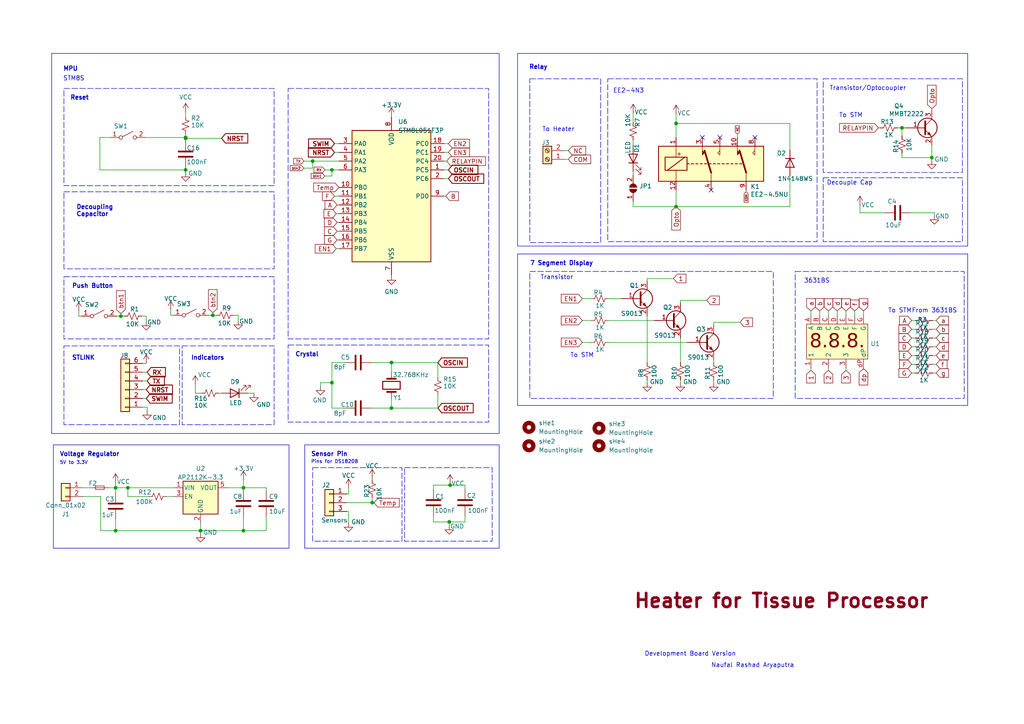
<source format=kicad_sch>
(kicad_sch (version 20230121) (generator eeschema)
  (paper "A4")
  (lib_symbols
    (symbol "3631BS_7_Segment_1"
      (property "Reference" "U" (at 11.43 5.08 0))
      (symbol "3631BS_7_Segment_1_0_1"
        (text "8.8.8." (at 1.27 1.27 0) (effects (font (size 4 4))))
      )
      (symbol "3631BS_7_Segment_1_1_1"
        (pin input line (at -6.35 -6.35 90) (length 2.54) (name "1") (number "1"))
        (pin input line (at -1.27 -6.35 90) (length 2.54) (name "2") (number "2"))
        (pin input line (at 3.81 -6.35 90) (length 2.54) (name "3") (number "3"))
        (pin input line (at -6.35 8.89 270) (length 2.54) (name "A") (number "A"))
        (pin input line (at -3.81 8.89 270) (length 2.54) (name "B") (number "B"))
        (pin input line (at -1.27 8.89 270) (length 2.54) (name "C") (number "C"))
        (pin input line (at 1.27 8.89 270) (length 2.54) (name "D") (number "D"))
        (pin input line (at 3.81 8.89 270) (length 2.54) (name "E") (number "E"))
        (pin input line (at 6.35 8.89 270) (length 2.54) (name "F") (number "F"))
        (pin input line (at 8.89 8.89 270) (length 2.54) (name "G") (number "G"))
        (pin input line (at 8.89 -6.35 90) (length 2.54) (name "dP") (number "dP"))
      )
    )
    (symbol "Connector:Screw_Terminal_01x02" (pin_names (offset 1.016) hide)
      (property "Reference" "J" (at 0 2.54 0))
      (property "Value" "Screw_Terminal_01x02" (at 0 -5.08 0))
      (symbol "Screw_Terminal_01x02_1_1"
        (pin passive line (at -5.08 0 0) (length 3.81) (name "Pin_1") (number "1"))
        (pin passive line (at -5.08 -2.54 0) (length 3.81) (name "Pin_2") (number "2"))
      )
    )
    (symbol "Connector_Generic:Conn_01x02" (pin_names (offset 1.016) hide)
      (property "Reference" "J" (at 0 2.54 0))
      (property "Value" "Conn_01x02" (at 0 -5.08 0))
      (symbol "Conn_01x02_1_1"
        (pin passive line (at -5.08 0 0) (length 3.81) (name "Pin_1") (number "1"))
        (pin passive line (at -5.08 -2.54 0) (length 3.81) (name "Pin_2") (number "2"))
      )
    )
    (symbol "Connector_Generic:Conn_01x03" (pin_names (offset 1.016) hide)
      (property "Reference" "J" (at 0 5.08 0))
      (property "Value" "Conn_01x03" (at 0 -5.08 0))
      (symbol "Conn_01x03_1_1"
        (pin passive line (at -5.08 2.54 0) (length 3.81) (name "Pin_1") (number "1"))
        (pin passive line (at -5.08 0 0) (length 3.81) (name "Pin_2") (number "2"))
        (pin passive line (at -5.08 -2.54 0) (length 3.81) (name "Pin_3") (number "3"))
      )
    )
    (symbol "Connector_Generic:Conn_01x06" (pin_names (offset 1.016) hide)
      (property "Reference" "J" (at 0 7.62 0))
      (property "Value" "Conn_01x06" (at 0 -10.16 0))
      (symbol "Conn_01x06_1_1"
        (pin passive line (at -5.08 5.08 0) (length 3.81) (name "Pin_1") (number "1"))
        (pin passive line (at -5.08 2.54 0) (length 3.81) (name "Pin_2") (number "2"))
        (pin passive line (at -5.08 0 0) (length 3.81) (name "Pin_3") (number "3"))
        (pin passive line (at -5.08 -2.54 0) (length 3.81) (name "Pin_4") (number "4"))
        (pin passive line (at -5.08 -5.08 0) (length 3.81) (name "Pin_5") (number "5"))
        (pin passive line (at -5.08 -7.62 0) (length 3.81) (name "Pin_6") (number "6"))
      )
    )
    (symbol "Device:C" (pin_numbers hide) (pin_names (offset 0.254))
      (property "Reference" "C" (at 0.635 2.54 0))
      (property "Value" "C" (at 0.635 -2.54 0))
      (symbol "C_1_1"
        (pin passive line (at 0 3.81 270) (length 2.794) (name "~") (number "1"))
        (pin passive line (at 0 -3.81 90) (length 2.794) (name "~") (number "2"))
      )
    )
    (symbol "Device:Crystal" (pin_numbers hide) (pin_names (offset 1.016) hide)
      (property "Reference" "Y" (at 0 3.81 0))
      (property "Value" "Crystal" (at 0 -3.81 0))
      (symbol "Crystal_1_1"
        (pin passive line (at -3.81 0 0) (length 1.27) (name "1") (number "1"))
        (pin passive line (at 3.81 0 180) (length 1.27) (name "2") (number "2"))
      )
    )
    (symbol "Device:Fuse_Small" (pin_numbers hide) (pin_names (offset 0.254) hide)
      (property "Reference" "F" (at 0 -1.524 0))
      (property "Value" "Fuse_Small" (at 0 1.524 0))
      (symbol "Fuse_Small_1_1"
        (pin passive line (at -2.54 0 0) (length 1.27) (name "~") (number "1"))
        (pin passive line (at 2.54 0 180) (length 1.27) (name "~") (number "2"))
      )
    )
    (symbol "Device:LED" (pin_numbers hide) (pin_names (offset 1.016) hide)
      (property "Reference" "D" (at 0 2.54 0))
      (property "Value" "LED" (at 0 -2.54 0))
      (symbol "LED_1_1"
        (pin passive line (at -3.81 0 0) (length 2.54) (name "K") (number "1"))
        (pin passive line (at 3.81 0 180) (length 2.54) (name "A") (number "2"))
      )
    )
    (symbol "Device:R_Small_US" (pin_numbers hide) (pin_names (offset 0.254) hide)
      (property "Reference" "R" (at 0.762 0.508 0))
      (property "Value" "R_Small_US" (at 0.762 -1.016 0))
      (symbol "R_Small_US_1_1"
        (pin passive line (at 0 2.54 270) (length 1.016) (name "~") (number "1"))
        (pin passive line (at 0 -2.54 90) (length 1.016) (name "~") (number "2"))
      )
    )
    (symbol "Diode:1N4148WS" (pin_numbers hide) (pin_names hide)
      (property "Reference" "D" (at 0 2.54 0))
      (property "Value" "1N4148WS" (at 0 -2.54 0))
      (symbol "1N4148WS_1_1"
        (pin passive line (at -3.81 0 0) (length 2.54) (name "K") (number "1"))
        (pin passive line (at 3.81 0 180) (length 2.54) (name "A") (number "2"))
      )
    )
    (symbol "Jumper:SolderJumper_2_Open" (pin_names (offset 0) hide)
      (property "Reference" "JP" (at 0 2.032 0))
      (property "Value" "SolderJumper_2_Open" (at 0 -2.54 0))
      (symbol "SolderJumper_2_Open_1_1"
        (pin passive line (at -3.81 0 0) (length 2.54) (name "A") (number "1"))
        (pin passive line (at 3.81 0 180) (length 2.54) (name "B") (number "2"))
      )
    )
    (symbol "MCU_ST_STM8:STM8L051F3P"
      (property "Reference" "U" (at 1.27 22.86 0))
      (property "Value" "STM8L051F3P" (at 1.27 20.32 0))
      (symbol "STM8L051F3P_1_1"
        (pin bidirectional line (at 15.24 7.62 180) (length 3.81) (name "PC5") (number "1"))
        (pin bidirectional line (at -15.24 2.54 0) (length 3.81) (name "PB0") (number "10"))
        (pin bidirectional line (at -15.24 0 0) (length 3.81) (name "PB1") (number "11"))
        (pin bidirectional line (at -15.24 -2.54 0) (length 3.81) (name "PB2") (number "12"))
        (pin bidirectional line (at -15.24 -5.08 0) (length 3.81) (name "PB3") (number "13"))
        (pin bidirectional line (at -15.24 -7.62 0) (length 3.81) (name "PB4") (number "14"))
        (pin bidirectional line (at -15.24 -10.16 0) (length 3.81) (name "PB5") (number "15"))
        (pin bidirectional line (at -15.24 -12.7 0) (length 3.81) (name "PB6") (number "16"))
        (pin bidirectional line (at -15.24 -15.24 0) (length 3.81) (name "PB7") (number "17"))
        (pin bidirectional line (at 15.24 15.24 180) (length 3.81) (name "PC0") (number "18"))
        (pin bidirectional line (at 15.24 12.7 180) (length 3.81) (name "PC1") (number "19"))
        (pin bidirectional line (at 15.24 5.08 180) (length 3.81) (name "PC6") (number "2"))
        (pin bidirectional line (at 15.24 10.16 180) (length 3.81) (name "PC4") (number "20"))
        (pin power_in line (at -15.24 15.24 0) (length 3.81) (name "PA0") (number "3"))
        (pin bidirectional line (at -15.24 12.7 0) (length 3.81) (name "PA1") (number "4"))
        (pin bidirectional line (at -15.24 10.16 0) (length 3.81) (name "PA2") (number "5"))
        (pin bidirectional line (at -15.24 7.62 0) (length 3.81) (name "PA3") (number "6"))
        (pin power_in line (at 0 -22.86 90) (length 3.81) (name "VSS") (number "7"))
        (pin power_in line (at 0 22.86 270) (length 3.81) (name "VDD") (number "8"))
        (pin bidirectional line (at 15.24 0 180) (length 3.81) (name "PD0") (number "9"))
      )
    )
    (symbol "Mechanical:MountingHole" (pin_names (offset 1.016))
      (property "Reference" "H" (at 0 5.08 0))
      (property "Value" "MountingHole" (at 0 3.175 0))
    )
    (symbol "Regulator_Linear:AP2112K-3.3" (pin_names (offset 0.254))
      (property "Reference" "U" (at -5.08 5.715 0))
      (property "Value" "AP2112K-3.3" (at 0 5.715 0))
      (symbol "AP2112K-3.3_1_1"
        (pin power_in line (at -7.62 2.54 0) (length 2.54) (name "VIN") (number "1"))
        (pin power_in line (at 0 -7.62 90) (length 2.54) (name "GND") (number "2"))
        (pin input line (at -7.62 0 0) (length 2.54) (name "EN") (number "3"))
        (pin no_connect line (at 5.08 0 180) (length 2.54) hide (name "NC") (number "4"))
        (pin power_out line (at 7.62 2.54 180) (length 2.54) (name "VOUT") (number "5"))
      )
    )
    (symbol "Relay:EE2-4.5NU"
      (property "Reference" "K" (at 15.24 8.89 0))
      (property "Value" "EE2-4.5NU" (at 19.05 6.35 0))
      (symbol "EE2-4.5NU_1_1"
        (text "+" (at -9.271 2.921 0) (effects (font (size 1.27 1.27))))
        (pin passive line (at -10.16 7.62 270) (length 2.54) (name "~") (number "1"))
        (pin passive line (at 7.62 7.62 270) (length 2.54) (name "~") (number "10"))
        (pin passive line (at -10.16 -7.62 90) (length 2.54) (name "~") (number "12"))
        (pin passive line (at -2.54 7.62 270) (length 2.54) (name "~") (number "3"))
        (pin passive line (at 0 -7.62 90) (length 2.54) (name "~") (number "4"))
        (pin passive line (at 2.54 7.62 270) (length 2.54) (name "~") (number "5"))
        (pin passive line (at 12.7 7.62 270) (length 2.54) (name "~") (number "8"))
        (pin passive line (at 10.16 -7.62 90) (length 2.54) (name "~") (number "9"))
      )
    )
    (symbol "Switch:SW_SPST" (pin_names (offset 0) hide)
      (property "Reference" "SW" (at 0 3.175 0))
      (property "Value" "SW_SPST" (at 0 -2.54 0))
      (symbol "SW_SPST_1_1"
        (pin passive line (at -5.08 0 0) (length 2.54) (name "A") (number "1"))
        (pin passive line (at 5.08 0 180) (length 2.54) (name "B") (number "2"))
      )
    )
    (symbol "Transistor_BJT:BC850" (pin_names (offset 0) hide)
      (property "Reference" "Q" (at 5.08 1.905 0))
      (property "Value" "BC850" (at 5.08 0 0))
      (symbol "BC850_1_1"
        (pin input line (at -5.08 0 0) (length 5.715) (name "B") (number "1"))
        (pin passive line (at 2.54 -5.08 90) (length 2.54) (name "E") (number "2"))
        (pin passive line (at 2.54 5.08 270) (length 2.54) (name "C") (number "3"))
      )
    )
    (symbol "Transistor_BJT:MMBT3904" (pin_names (offset 0) hide)
      (property "Reference" "Q" (at 5.08 1.905 0))
      (property "Value" "MMBT3904" (at 5.08 0 0))
      (symbol "MMBT3904_1_1"
        (pin input line (at -5.08 0 0) (length 5.715) (name "B") (number "1"))
        (pin passive line (at 2.54 -5.08 90) (length 2.54) (name "E") (number "2"))
        (pin passive line (at 2.54 5.08 270) (length 2.54) (name "C") (number "3"))
      )
    )
    (symbol "power:+3.3V" (power) (pin_names (offset 0))
      (property "Value" "+3.3V" (at 0 3.556 0))
      (symbol "+3.3V_1_1"
        (pin power_in line (at 0 0 90) (length 0) hide (name "+3.3V") (number "1"))
      )
    )
    (symbol "power:GND" (power) (pin_names (offset 0))
      (property "Value" "GND" (at 0 -3.81 0))
      (symbol "GND_1_1"
        (pin power_in line (at 0 0 270) (length 0) hide (name "GND") (number "1"))
      )
    )
    (symbol "power:VCC" (power) (pin_names (offset 0))
      (property "Value" "VCC" (at 0 3.81 0))
      (symbol "VCC_1_1"
        (pin power_in line (at 0 0 90) (length 0) hide (name "VCC") (number "1"))
      )
    )
  )
  (junction (at 33.528 141.478))
  (junction (at 130.302 151.384))
  (junction (at 196.088 59.944))
  (junction (at 130.556 140.716))
  (junction (at 113.538 118.364))
  (junction (at 107.95 145.796))
  (junction (at 53.848 49.276))
  (junction (at 96.266 49.276))
  (junction (at 96.266 110.998))
  (junction (at 196.088 35.814))
  (junction (at 113.538 105.156))
  (junction (at 53.848 40.132))
  (junction (at 53.848 39.878))
  (junction (at 61.722 91.44))
  (junction (at 261.62 37.084))
  (junction (at 270.256 45.72))
  (junction (at 90.678 46.736))
  (junction (at 70.612 153.924))
  (junction (at 33.528 153.924))
  (junction (at 58.166 153.924))
  (junction (at 37.084 141.478))
  (junction (at 70.612 141.478))
  (junction (at 35.052 91.694))
  (no_connect (at 208.788 39.878))
  (no_connect (at 203.708 39.878))
  (no_connect (at 206.248 55.118))
  (no_connect (at 218.948 39.878))
  (wire (pts (xy 92.964 110.998) (xy 96.266 110.998)))
  (wire (pts (xy 107.95 145.796) (xy 100.584 145.796)))
  (wire (pts (xy 168.91 86.614) (xy 171.45 86.614)))
  (wire (pts (xy 42.418 115.57) (xy 41.402 115.57)))
  (wire (pts (xy 176.53 92.964) (xy 189.738 92.964)))
  (wire (pts (xy 187.706 80.772) (xy 187.706 81.534)))
  (wire (pts (xy 216.408 55.626) (xy 216.408 55.118)))
  (wire (pts (xy 250.444 90.17) (xy 250.444 91.44)))
  (wire (pts (xy 270.51 108.204) (xy 271.526 108.204)))
  (wire (pts (xy 26.416 141.478) (xy 24.13 141.478)))
  (wire (pts (xy 270.51 100.584) (xy 271.526 100.584)))
  (wire (pts (xy 28.956 39.878) (xy 28.956 49.276)))
  (wire (pts (xy 271.018 61.722) (xy 264.16 61.722)))
  (wire (pts (xy 107.95 144.272) (xy 107.95 145.796)))
  (wire (pts (xy 64.262 114.046) (xy 63.5 114.046)))
  (wire (pts (xy 235.204 107.442) (xy 235.204 106.68)))
  (wire (pts (xy 229.108 59.944) (xy 229.108 51.054)))
  (wire (pts (xy 134.874 149.606) (xy 134.874 151.384)))
  (wire (pts (xy 97.028 41.656) (xy 98.298 41.656)))
  (wire (pts (xy 97.028 56.896) (xy 98.298 56.896)))
  (wire (pts (xy 270.256 31.496) (xy 270.256 32.004)))
  (wire (pts (xy 53.848 38.862) (xy 53.848 39.878)))
  (wire (pts (xy 61.722 91.44) (xy 62.738 91.44)))
  (wire (pts (xy 58.166 153.924) (xy 58.166 151.638)))
  (wire (pts (xy 164.846 46.228) (xy 163.83 46.228)))
  (wire (pts (xy 60.452 91.44) (xy 61.722 91.44)))
  (wire (pts (xy 125.73 151.384) (xy 130.302 151.384)))
  (wire (pts (xy 229.108 35.814) (xy 196.088 35.814)))
  (wire (pts (xy 113.538 115.57) (xy 113.538 118.364)))
  (wire (pts (xy 270.51 92.964) (xy 271.526 92.964)))
  (wire (pts (xy 264.414 95.504) (xy 265.43 95.504)))
  (wire (pts (xy 29.21 153.924) (xy 33.528 153.924)))
  (wire (pts (xy 37.084 144.018) (xy 37.084 141.478)))
  (wire (pts (xy 97.028 44.196) (xy 98.298 44.196)))
  (wire (pts (xy 77.216 141.478) (xy 77.216 142.24)))
  (wire (pts (xy 70.612 139.192) (xy 70.612 141.478)))
  (wire (pts (xy 33.528 139.954) (xy 33.528 141.478)))
  (wire (pts (xy 130.048 49.276) (xy 128.778 49.276)))
  (wire (pts (xy 96.266 51.054) (xy 96.266 49.276)))
  (wire (pts (xy 130.048 51.816) (xy 128.778 51.816)))
  (wire (pts (xy 90.678 48.768) (xy 90.678 46.736)))
  (wire (pts (xy 88.138 46.736) (xy 90.678 46.736)))
  (wire (pts (xy 28.956 49.276) (xy 53.848 49.276)))
  (wire (pts (xy 94.234 49.276) (xy 96.266 49.276)))
  (wire (pts (xy 42.672 119.126) (xy 42.672 118.11)))
  (wire (pts (xy 197.358 87.122) (xy 197.358 87.884)))
  (wire (pts (xy 29.21 144.018) (xy 29.21 153.924)))
  (wire (pts (xy 270.51 105.664) (xy 271.526 105.664)))
  (wire (pts (xy 97.79 59.436) (xy 98.298 59.436)))
  (wire (pts (xy 196.088 35.814) (xy 196.088 39.878)))
  (wire (pts (xy 77.216 153.924) (xy 70.612 153.924)))
  (wire (pts (xy 214.63 93.472) (xy 207.01 93.472)))
  (wire (pts (xy 264.414 98.044) (xy 265.43 98.044)))
  (wire (pts (xy 242.824 90.17) (xy 242.824 91.44)))
  (wire (pts (xy 58.166 154.686) (xy 58.166 153.924)))
  (wire (pts (xy 254.762 37.084) (xy 255.27 37.084)))
  (wire (pts (xy 260.35 37.084) (xy 261.62 37.084)))
  (wire (pts (xy 130.048 44.196) (xy 128.778 44.196)))
  (wire (pts (xy 96.266 49.276) (xy 98.298 49.276)))
  (wire (pts (xy 101.092 141.478) (xy 101.092 143.256)))
  (wire (pts (xy 125.73 140.716) (xy 125.73 141.986)))
  (wire (pts (xy 96.266 110.998) (xy 96.266 118.364)))
  (wire (pts (xy 183.642 58.42) (xy 183.642 59.944)))
  (wire (pts (xy 69.088 91.44) (xy 67.818 91.44)))
  (wire (pts (xy 33.528 150.622) (xy 33.528 153.924)))
  (wire (pts (xy 61.722 90.678) (xy 61.722 91.44)))
  (wire (pts (xy 183.642 49.784) (xy 183.642 50.8)))
  (wire (pts (xy 97.536 61.976) (xy 98.298 61.976)))
  (wire (pts (xy 264.414 100.584) (xy 265.43 100.584)))
  (wire (pts (xy 96.266 118.364) (xy 100.076 118.364)))
  (wire (pts (xy 100.076 105.156) (xy 96.266 105.156)))
  (wire (pts (xy 168.91 92.964) (xy 171.45 92.964)))
  (wire (pts (xy 48.26 144.018) (xy 50.546 144.018)))
  (wire (pts (xy 204.978 87.122) (xy 197.358 87.122)))
  (wire (pts (xy 42.672 110.49) (xy 41.402 110.49)))
  (wire (pts (xy 130.556 140.716) (xy 134.874 140.716)))
  (wire (pts (xy 235.204 90.17) (xy 235.204 91.44)))
  (wire (pts (xy 213.868 38.862) (xy 213.868 39.878)))
  (wire (pts (xy 113.538 118.364) (xy 127 118.364)))
  (wire (pts (xy 70.612 153.924) (xy 58.166 153.924)))
  (wire (pts (xy 196.088 59.944) (xy 196.088 55.118)))
  (wire (pts (xy 49.53 91.44) (xy 50.292 91.44)))
  (wire (pts (xy 237.744 90.17) (xy 237.744 91.44)))
  (wire (pts (xy 176.53 86.614) (xy 180.086 86.614)))
  (wire (pts (xy 37.084 141.478) (xy 50.546 141.478)))
  (wire (pts (xy 49.53 89.916) (xy 49.53 91.44)))
  (wire (pts (xy 53.848 40.132) (xy 64.262 40.132)))
  (wire (pts (xy 107.696 105.156) (xy 113.538 105.156)))
  (wire (pts (xy 94.234 51.054) (xy 96.266 51.054)))
  (wire (pts (xy 42.418 113.03) (xy 41.402 113.03)))
  (wire (pts (xy 207.01 93.472) (xy 207.01 94.234)))
  (wire (pts (xy 197.358 110.998) (xy 197.358 110.236)))
  (wire (pts (xy 196.088 33.02) (xy 196.088 35.814)))
  (wire (pts (xy 35.052 90.932) (xy 35.052 91.694)))
  (wire (pts (xy 113.538 80.01) (xy 113.538 79.756)))
  (wire (pts (xy 134.874 140.716) (xy 134.874 141.986)))
  (wire (pts (xy 56.642 114.046) (xy 58.42 114.046)))
  (wire (pts (xy 73.66 114.046) (xy 71.882 114.046)))
  (wire (pts (xy 195.326 80.772) (xy 187.706 80.772)))
  (wire (pts (xy 69.088 92.964) (xy 69.088 91.44)))
  (wire (pts (xy 22.86 91.694) (xy 23.622 91.694)))
  (wire (pts (xy 270.51 103.124) (xy 271.526 103.124)))
  (wire (pts (xy 65.786 141.478) (xy 70.612 141.478)))
  (wire (pts (xy 264.414 105.664) (xy 265.43 105.664)))
  (wire (pts (xy 53.848 40.132) (xy 53.848 40.894)))
  (wire (pts (xy 107.95 138.684) (xy 107.95 139.192)))
  (wire (pts (xy 113.538 33.782) (xy 113.538 34.036)))
  (wire (pts (xy 42.164 39.878) (xy 53.848 39.878)))
  (wire (pts (xy 183.642 32.766) (xy 183.642 35.56)))
  (wire (pts (xy 207.01 110.998) (xy 207.01 110.236)))
  (wire (pts (xy 53.848 40.132) (xy 53.848 39.878)))
  (wire (pts (xy 125.73 140.716) (xy 130.556 140.716)))
  (wire (pts (xy 42.672 118.11) (xy 41.402 118.11)))
  (wire (pts (xy 101.092 151.638) (xy 101.092 148.336)))
  (wire (pts (xy 270.51 98.044) (xy 271.526 98.044)))
  (wire (pts (xy 53.848 50.038) (xy 53.848 49.276)))
  (wire (pts (xy 33.528 153.924) (xy 58.166 153.924)))
  (wire (pts (xy 240.284 107.442) (xy 240.284 106.68)))
  (wire (pts (xy 130.302 151.384) (xy 130.302 152.4)))
  (wire (pts (xy 101.092 143.256) (xy 100.584 143.256)))
  (wire (pts (xy 92.964 112.014) (xy 92.964 110.998)))
  (wire (pts (xy 271.018 62.484) (xy 271.018 61.722)))
  (wire (pts (xy 88.138 48.768) (xy 90.678 48.768)))
  (wire (pts (xy 96.266 105.156) (xy 96.266 110.998)))
  (wire (pts (xy 129.286 56.896) (xy 128.778 56.896)))
  (wire (pts (xy 43.18 144.018) (xy 37.084 144.018)))
  (wire (pts (xy 261.62 37.084) (xy 262.636 37.084)))
  (wire (pts (xy 70.612 141.478) (xy 70.612 142.24)))
  (wire (pts (xy 113.538 118.364) (xy 107.696 118.364)))
  (wire (pts (xy 127 118.364) (xy 127 114.554)))
  (wire (pts (xy 56.642 111.506) (xy 56.642 114.046)))
  (wire (pts (xy 270.51 95.504) (xy 271.526 95.504)))
  (wire (pts (xy 22.86 90.17) (xy 22.86 91.694)))
  (wire (pts (xy 42.672 107.95) (xy 41.402 107.95)))
  (wire (pts (xy 97.79 69.596) (xy 98.298 69.596)))
  (wire (pts (xy 53.848 32.512) (xy 53.848 33.782)))
  (wire (pts (xy 247.904 90.17) (xy 247.904 91.44)))
  (wire (pts (xy 77.216 149.86) (xy 77.216 153.924)))
  (wire (pts (xy 42.418 91.694) (xy 41.148 91.694)))
  (wire (pts (xy 127 109.474) (xy 127 105.156)))
  (wire (pts (xy 35.052 91.694) (xy 36.068 91.694)))
  (wire (pts (xy 53.848 49.276) (xy 53.848 48.514)))
  (wire (pts (xy 250.444 106.934) (xy 250.444 106.68)))
  (wire (pts (xy 229.108 43.434) (xy 229.108 35.814)))
  (wire (pts (xy 24.13 144.018) (xy 29.21 144.018)))
  (wire (pts (xy 31.496 141.478) (xy 33.528 141.478)))
  (wire (pts (xy 70.612 149.86) (xy 70.612 153.924)))
  (wire (pts (xy 129.54 46.736) (xy 128.778 46.736)))
  (wire (pts (xy 108.458 145.796) (xy 107.95 145.796)))
  (wire (pts (xy 125.73 149.606) (xy 125.73 151.384)))
  (wire (pts (xy 196.088 59.944) (xy 183.642 59.944)))
  (wire (pts (xy 130.556 140.208) (xy 130.556 140.716)))
  (wire (pts (xy 97.536 72.136) (xy 98.298 72.136)))
  (wire (pts (xy 42.418 93.218) (xy 42.418 91.694)))
  (wire (pts (xy 196.088 59.944) (xy 229.108 59.944)))
  (wire (pts (xy 270.256 45.72) (xy 270.256 42.164)))
  (wire (pts (xy 264.414 108.204) (xy 265.43 108.204)))
  (wire (pts (xy 183.642 42.164) (xy 183.642 40.64)))
  (wire (pts (xy 264.414 103.124) (xy 265.43 103.124)))
  (wire (pts (xy 261.62 45.72) (xy 270.256 45.72)))
  (wire (pts (xy 176.53 99.314) (xy 199.39 99.314)))
  (wire (pts (xy 33.528 143.002) (xy 33.528 141.478)))
  (wire (pts (xy 187.706 91.694) (xy 187.706 105.156)))
  (wire (pts (xy 197.358 98.044) (xy 197.358 105.156)))
  (wire (pts (xy 41.402 105.41) (xy 42.418 105.41)))
  (wire (pts (xy 207.01 104.394) (xy 207.01 105.156)))
  (wire (pts (xy 127 105.156) (xy 113.538 105.156)))
  (wire (pts (xy 97.79 64.516) (xy 98.298 64.516)))
  (wire (pts (xy 249.428 59.436) (xy 249.428 61.722)))
  (wire (pts (xy 261.62 44.45) (xy 261.62 45.72)))
  (wire (pts (xy 90.678 46.736) (xy 98.298 46.736)))
  (wire (pts (xy 245.364 90.17) (xy 245.364 91.44)))
  (wire (pts (xy 101.092 148.336) (xy 100.584 148.336)))
  (wire (pts (xy 261.62 39.37) (xy 261.62 37.084)))
  (wire (pts (xy 245.364 107.442) (xy 245.364 106.68)))
  (wire (pts (xy 187.706 110.998) (xy 187.706 110.236)))
  (wire (pts (xy 240.284 90.17) (xy 240.284 91.44)))
  (wire (pts (xy 33.782 91.694) (xy 35.052 91.694)))
  (wire (pts (xy 113.538 105.156) (xy 113.538 107.95)))
  (wire (pts (xy 168.91 99.314) (xy 171.45 99.314)))
  (wire (pts (xy 130.048 41.656) (xy 128.778 41.656)))
  (wire (pts (xy 270.256 45.72) (xy 270.256 46.482)))
  (wire (pts (xy 164.846 43.688) (xy 163.83 43.688)))
  (wire (pts (xy 264.414 92.964) (xy 265.43 92.964)))
  (wire (pts (xy 32.004 39.878) (xy 28.956 39.878)))
  (wire (pts (xy 33.528 141.478) (xy 37.084 141.478)))
  (wire (pts (xy 130.302 151.384) (xy 134.874 151.384)))
  (wire (pts (xy 97.79 67.056) (xy 98.298 67.056)))
  (wire (pts (xy 249.428 61.722) (xy 256.54 61.722)))
  (wire (pts (xy 70.612 141.478) (xy 77.216 141.478)))
  (rectangle (start 117.348 135.636) (end 142.748 156.972) (stroke (width 0) (type dash)))
  (rectangle (start 176.276 22.86) (end 236.982 70.104) (stroke (width 0) (type dash)))
  (rectangle (start 238.76 22.86) (end 279.146 50.038) (stroke (width 0) (type dash)))
  (rectangle (start 230.632 78.74) (end 279.654 115.57) (stroke (width 0) (type dash)))
  (rectangle (start 18.542 80.264) (end 79.502 98.298) (stroke (width 0) (type dash)))
  (rectangle (start 18.542 100.33) (end 52.07 123.19) (stroke (width 0) (type dash)))
  (rectangle (start 150.114 15.494) (end 280.67 71.374))
  (rectangle (start 90.678 135.636) (end 116.586 156.972) (stroke (width 0) (type dash)))
  (rectangle (start 83.566 100.076) (end 141.732 122.428) (stroke (width 0) (type dash)))
  (rectangle (start 153.67 22.86) (end 174.244 70.358) (stroke (width 0) (type dash)))
  (rectangle (start 150.114 73.66) (end 280.67 117.602))
  (rectangle (start 15.494 129.032) (end 83.82 159.004))
  (rectangle (start 18.542 25.654) (end 79.502 53.848) (stroke (width 0) (type dash)))
  (rectangle (start 52.832 100.33) (end 79.502 123.19) (stroke (width 0) (type dash)))
  (rectangle (start 88.392 129.032) (end 144.78 159.004))
  (rectangle (start 153.67 78.74) (end 224.282 115.57) (stroke (width 0) (type dash)))
  (rectangle (start 14.986 15.494) (end 144.78 125.73))
  (rectangle (start 18.542 55.626) (end 79.502 77.978) (stroke (width 0) (type dash)))
  (rectangle (start 83.566 25.654) (end 141.732 98.298) (stroke (width 0) (type dash)))
  (rectangle (start 238.76 51.562) (end 279.146 70.104) (stroke (width 0) (type dash)))
  (text "5V to 3.3V\n" (at 17.272 134.874 0) (effects (font (size 1 1)) (justify left bottom)))
  (text "Reset\n" (at 20.32 29.21 0) (effects (font (size 1.27 1.27) bold) (justify left bottom)))
  (text "To STM\n" (at 243.332 34.29 0) (effects (font (size 1.27 1.27)) (justify left bottom)))
  (text "Indicators\n" (at 55.372 104.648 0) (effects (font (size 1.27 1.27) bold) (justify left bottom)))
  (text "STLINK\n" (at 20.828 104.648 0) (effects (font (size 1.27 1.27) bold) (justify left bottom)))
  (text "To Heater\n" (at 157.226 38.354 0) (effects (font (size 1.27 1.27)) (justify left bottom)))
  (text "Crystal\n" (at 85.598 103.632 0) (effects (font (size 1.27 1.27) bold) (justify left bottom)))
  (text "Sensor Pin" (at 90.17 132.588 0) (effects (font (size 1.27 1.27) bold) (justify left bottom)))
  (text "Development Board Version\n" (at 186.944 190.5 0) (effects (font (size 1.27 1.27)) (justify left bottom)))
  (text "To STM\n" (at 165.354 103.886 0) (effects (font (size 1.27 1.27)) (justify left bottom)))
  (text "7 Segment Display" (at 153.67 77.216 0) (effects (font (size 1.27 1.27) (thickness 0.254) bold) (justify left bottom)))
  (text "Decoupling \nCapacitor\n" (at 22.098 62.992 0) (effects (font (size 1.27 1.27) bold) (justify left bottom)))
  (text "Naufal Rashad Aryaputra\n" (at 206.248 193.802 0) (effects (font (size 1.27 1.27)) (justify left bottom)))
  (text "EE2-4N3\n" (at 177.8 27.178 0) (effects (font (size 1.27 1.27)) (justify left bottom)))
  (text "To STM\n" (at 257.556 90.932 0) (effects (font (size 1.27 1.27)) (justify left bottom)))
  (text "Push Button\n" (at 20.828 83.82 0) (effects (font (size 1.27 1.27) (thickness 0.254) bold) (justify left bottom)))
  (text "Heater for Tissue Processor\n" (at 183.642 176.784 0) (effects (font (size 4 4) bold) (justify left bottom)))
  (text "Decouple Cap\n" (at 239.776 53.848 0) (effects (font (size 1.27 1.27)) (justify left bottom)))
  (text "Relay\n" (at 153.416 20.32 0) (effects (font (size 1.27 1.27) bold) (justify left bottom)))
  (text "Voltage Regulator\n" (at 17.272 132.588 0) (effects (font (size 1.27 1.27) bold) (justify left bottom)))
  (text "Transistor" (at 156.718 81.28 0) (effects (font (size 1.27 1.27)) (justify left bottom)))
  (text "STM8S\n" (at 18.288 23.622 0) (effects (font (size 1.27 1.27)) (justify left bottom)))
  (text "MPU\n" (at 18.288 20.828 0) (effects (font (size 1.27 1.27) (thickness 0.254) bold) (justify left bottom)))
  (text "From 3631BS\n" (at 264.414 90.932 0) (effects (font (size 1.27 1.27)) (justify left bottom)))
  (text "Transistor/Optocoupler\n" (at 240.538 26.416 0) (effects (font (size 1.27 1.27)) (justify left bottom)))
  (text "3631BS\n" (at 233.172 82.296 0) (effects (font (size 1.27 1.27)) (justify left bottom)))
  (text "Pins for DS1820B\n" (at 90.17 134.62 0) (effects (font (size 1 1)) (justify left bottom)))
  (global_label "C" (shape input) (at 264.414 98.044 180) (property "Intersheetrefs" "${INTERSHEET_REFS}" (effects hide)))
  (global_label "Opto" (shape input) (at 196.088 59.944 270) (property "Intersheetrefs" "${INTERSHEET_REFS}" (effects hide)))
  (global_label "COM" (shape input) (at 164.846 46.228 0) (property "Intersheetrefs" "${INTERSHEET_REFS}" (effects hide)))
  (global_label "btn1" (shape input) (at 35.052 90.932 90) (property "Intersheetrefs" "${INTERSHEET_REFS}" (effects hide)))
  (global_label "EN3" (shape input) (at 168.91 99.314 180) (property "Intersheetrefs" "${INTERSHEET_REFS}" (effects hide)))
  (global_label "EN2" (shape input) (at 130.048 41.656 0) (property "Intersheetrefs" "${INTERSHEET_REFS}" (effects hide)))
  (global_label "e" (shape input) (at 271.526 103.124 0) (property "Intersheetrefs" "${INTERSHEET_REFS}" (effects hide)))
  (global_label "D" (shape input) (at 264.414 100.584 180) (property "Intersheetrefs" "${INTERSHEET_REFS}" (effects hide)))
  (global_label "btn1" (shape input) (at 94.234 51.054 180) (effects (font (size 0.762 0.762))) (property "Intersheetrefs" "${INTERSHEET_REFS}" (effects hide)))
  (global_label "RELAYPIN" (shape input) (at 254.762 37.084 180) (property "Intersheetrefs" "${INTERSHEET_REFS}" (effects hide)))
  (global_label "COM" (shape input) (at 216.408 55.626 270) (effects (font (size 0.6 0.6))) (property "Intersheetrefs" "${INTERSHEET_REFS}" (effects hide)))
  (global_label "Opto" (shape input) (at 270.256 31.496 90) (property "Intersheetrefs" "${INTERSHEET_REFS}" (effects hide)))
  (global_label "b" (shape input) (at 271.526 95.504 0) (property "Intersheetrefs" "${INTERSHEET_REFS}" (effects hide)))
  (global_label "btn2" (shape input) (at 61.722 90.678 90) (property "Intersheetrefs" "${INTERSHEET_REFS}" (effects hide)))
  (global_label "SWIM" (shape input) (at 97.028 41.656 180) (effects (font bold)) (property "Intersheetrefs" "${INTERSHEET_REFS}" (effects hide)))
  (global_label "EN1" (shape input) (at 168.91 86.614 180) (property "Intersheetrefs" "${INTERSHEET_REFS}" (effects hide)))
  (global_label "3" (shape input) (at 245.364 107.442 270) (property "Intersheetrefs" "${INTERSHEET_REFS}" (effects hide)))
  (global_label "A" (shape input) (at 264.414 92.964 180) (property "Intersheetrefs" "${INTERSHEET_REFS}" (effects hide)))
  (global_label "G" (shape input) (at 97.79 69.596 180) (property "Intersheetrefs" "${INTERSHEET_REFS}" (effects hide)))
  (global_label "E" (shape input) (at 264.414 103.124 180) (property "Intersheetrefs" "${INTERSHEET_REFS}" (effects hide)))
  (global_label "f" (shape input) (at 247.904 90.17 90) (property "Intersheetrefs" "${INTERSHEET_REFS}" (effects hide)))
  (global_label "OSCOUT" (shape input) (at 130.048 51.816 0) (effects (font bold)) (property "Intersheetrefs" "${INTERSHEET_REFS}" (effects hide)))
  (global_label "btn2" (shape input) (at 88.138 48.768 180) (effects (font (size 0.762 0.762))) (property "Intersheetrefs" "${INTERSHEET_REFS}" (effects hide)))
  (global_label "E" (shape input) (at 97.536 61.976 180) (property "Intersheetrefs" "${INTERSHEET_REFS}" (effects hide)))
  (global_label "OSCOUT" (shape input) (at 127 118.364 0) (effects (font bold)) (property "Intersheetrefs" "${INTERSHEET_REFS}" (effects hide)))
  (global_label "dp" (shape input) (at 250.444 106.934 270) (property "Intersheetrefs" "${INTERSHEET_REFS}" (effects hide)))
  (global_label "RX" (shape input) (at 94.234 49.276 180) (effects (font (size 0.762 0.762) bold)) (property "Intersheetrefs" "${INTERSHEET_REFS}" (effects hide)))
  (global_label "B" (shape input) (at 264.414 95.504 180) (property "Intersheetrefs" "${INTERSHEET_REFS}" (effects hide)))
  (global_label "EN3" (shape input) (at 130.048 44.196 0) (property "Intersheetrefs" "${INTERSHEET_REFS}" (effects hide)))
  (global_label "SWIM" (shape input) (at 42.418 115.57 0) (effects (font bold)) (property "Intersheetrefs" "${INTERSHEET_REFS}" (effects hide)))
  (global_label "c" (shape input) (at 271.526 98.044 0) (property "Intersheetrefs" "${INTERSHEET_REFS}" (effects hide)))
  (global_label "NRST" (shape input) (at 97.028 44.196 180) (effects (font bold)) (property "Intersheetrefs" "${INTERSHEET_REFS}" (effects hide)))
  (global_label "e" (shape input) (at 245.364 90.17 90) (property "Intersheetrefs" "${INTERSHEET_REFS}" (effects hide)))
  (global_label "C" (shape input) (at 97.79 67.056 180) (property "Intersheetrefs" "${INTERSHEET_REFS}" (effects hide)))
  (global_label "2" (shape input) (at 204.978 87.122 0) (property "Intersheetrefs" "${INTERSHEET_REFS}" (effects hide)))
  (global_label "A" (shape input) (at 97.79 59.436 180) (property "Intersheetrefs" "${INTERSHEET_REFS}" (effects hide)))
  (global_label "1" (shape input) (at 235.204 107.442 270) (property "Intersheetrefs" "${INTERSHEET_REFS}" (effects hide)))
  (global_label "NRST" (shape input) (at 64.262 40.132 0) (effects (font bold)) (property "Intersheetrefs" "${INTERSHEET_REFS}" (effects hide)))
  (global_label "D" (shape input) (at 97.79 64.516 180) (property "Intersheetrefs" "${INTERSHEET_REFS}" (effects hide)))
  (global_label "3" (shape input) (at 214.63 93.472 0) (property "Intersheetrefs" "${INTERSHEET_REFS}" (effects hide)))
  (global_label "1" (shape input) (at 195.326 80.772 0) (property "Intersheetrefs" "${INTERSHEET_REFS}" (effects hide)))
  (global_label "NC" (shape input) (at 213.868 38.862 90) (effects (font (size 0.6 0.6))) (property "Intersheetrefs" "${INTERSHEET_REFS}" (effects hide)))
  (global_label "b" (shape input) (at 237.744 90.17 90) (property "Intersheetrefs" "${INTERSHEET_REFS}" (effects hide)))
  (global_label "TX" (shape input) (at 42.672 110.49 0) (effects (font bold)) (property "Intersheetrefs" "${INTERSHEET_REFS}" (effects hide)))
  (global_label "f" (shape input) (at 271.526 105.664 0) (property "Intersheetrefs" "${INTERSHEET_REFS}" (effects hide)))
  (global_label "Temp" (shape input) (at 98.298 54.356 180) (property "Intersheetrefs" "${INTERSHEET_REFS}" (effects hide)))
  (global_label "RX" (shape input) (at 42.672 107.95 0) (effects (font bold)) (property "Intersheetrefs" "${INTERSHEET_REFS}" (effects hide)))
  (global_label "F" (shape input) (at 264.414 105.664 180) (property "Intersheetrefs" "${INTERSHEET_REFS}" (effects hide)))
  (global_label "B" (shape input) (at 129.286 56.896 0) (property "Intersheetrefs" "${INTERSHEET_REFS}" (effects hide)))
  (global_label "a" (shape input) (at 235.204 90.17 90) (property "Intersheetrefs" "${INTERSHEET_REFS}" (effects hide)))
  (global_label "c" (shape input) (at 240.284 90.17 90) (property "Intersheetrefs" "${INTERSHEET_REFS}" (effects hide)))
  (global_label "OSCIN" (shape input) (at 130.048 49.276 0) (effects (font bold)) (property "Intersheetrefs" "${INTERSHEET_REFS}" (effects hide)))
  (global_label "d" (shape input) (at 242.824 90.17 90) (property "Intersheetrefs" "${INTERSHEET_REFS}" (effects hide)))
  (global_label "F" (shape input) (at 97.028 56.896 180) (property "Intersheetrefs" "${INTERSHEET_REFS}" (effects hide)))
  (global_label "EN1" (shape input) (at 97.536 72.136 180) (property "Intersheetrefs" "${INTERSHEET_REFS}" (effects hide)))
  (global_label "G" (shape input) (at 264.414 108.204 180) (property "Intersheetrefs" "${INTERSHEET_REFS}" (effects hide)))
  (global_label "d" (shape input) (at 271.526 100.584 0) (property "Intersheetrefs" "${INTERSHEET_REFS}" (effects hide)))
  (global_label "g" (shape input) (at 271.526 108.204 0) (property "Intersheetrefs" "${INTERSHEET_REFS}" (effects hide)))
  (global_label "a" (shape input) (at 271.526 92.964 0) (property "Intersheetrefs" "${INTERSHEET_REFS}" (effects hide)))
  (global_label "RELAYPIN" (shape input) (at 129.54 46.736 0) (property "Intersheetrefs" "${INTERSHEET_REFS}" (effects hide)))
  (global_label "Temp" (shape input) (at 108.458 145.796 0) (property "Intersheetrefs" "${INTERSHEET_REFS}" (effects hide)))
  (global_label "NC" (shape input) (at 164.846 43.688 0) (property "Intersheetrefs" "${INTERSHEET_REFS}" (effects hide)))
  (global_label "2" (shape input) (at 240.284 107.442 270) (property "Intersheetrefs" "${INTERSHEET_REFS}" (effects hide)))
  (global_label "EN2" (shape input) (at 168.91 92.964 180) (property "Intersheetrefs" "${INTERSHEET_REFS}" (effects hide)))
  (global_label "TX" (shape input) (at 88.138 46.736 180) (effects (font (size 0.762 0.762) bold)) (property "Intersheetrefs" "${INTERSHEET_REFS}" (effects hide)))
  (global_label "g" (shape input) (at 250.444 90.17 90) (property "Intersheetrefs" "${INTERSHEET_REFS}" (effects hide)))
  (global_label "NRST" (shape input) (at 42.418 113.03 0) (effects (font bold)) (property "Intersheetrefs" "${INTERSHEET_REFS}" (effects hide)))
  (global_label "OSCIN" (shape input) (at 127 105.156 0) (effects (font bold)) (property "Intersheetrefs" "${INTERSHEET_REFS}" (effects hide)))
  (symbol (lib_id "power:GND") (at 101.092 151.638 0) (unit 1)
    (property "Reference" "#PWR010" (effects hide))
    (property "Value" "GND" (at 103.886 151.384 0))
  )
  (symbol (lib_id "Device:LED") (at 183.642 45.974 90) (unit 1)
    (property "Reference" "D1" (at 184.658 41.656 0) (effects (justify right)))
    (property "Value" "LED" (at 182.118 40.894 0) (effects (justify right)))
    (property "Footprint" "LED_SMD:LED_0603_1608Metric_Pad1.05x0.95mm_HandSolder" (effects hide))
  )
  (symbol (lib_id "Switch:SW_SPST") (at 37.084 39.878 0) (unit 1)
    (property "Reference" "SW1" (at 35.052 36.576 0))
    (property "Value" "SW_SPST" (effects hide))
    (property "Footprint" "Button_Switch_THT:SW_PUSH_6mm_H5mm" (effects hide))
  )
  (symbol (lib_id "power:GND") (at 187.706 110.998 0) (unit 1)
    (property "Reference" "#PWR014" (effects hide))
    (property "Value" "GND" (at 190.5 110.744 0))
  )
  (symbol (lib_id "Connector_Generic:Conn_01x03") (at 95.504 145.796 0) (mirror y) (unit 1)
    (property "Reference" "J2" (at 95.758 140.716 0) (effects (justify left)))
    (property "Value" "Sensors" (at 100.838 150.876 0) (effects (justify left)))
    (property "Footprint" "Connector_JST:JST_XH_B3B-XH-A_1x03_P2.50mm_Vertical" (effects hide))
  )
  (symbol (lib_id "power:GND") (at 197.358 110.998 0) (unit 1)
    (property "Reference" "#PWR018" (effects hide))
    (property "Value" "GND" (at 200.152 110.744 0))
  )
  (symbol (lib_id "power:GND") (at 130.302 152.4 0) (unit 1)
    (property "Reference" "#PWR015" (effects hide))
    (property "Value" "GND" (at 132.588 152.654 0))
  )
  (symbol (lib_id "Device:R_Small_US") (at 267.97 105.664 270) (unit 1)
    (property "Reference" "R21" (at 267.462 103.886 90))
    (property "Value" "1K" (at 267.97 107.696 90))
    (property "Footprint" "Resistor_SMD:R_0603_1608Metric_Pad0.98x0.95mm_HandSolder" (effects hide))
  )
  (symbol (lib_id "Device:R_Small_US") (at 127 112.014 180) (unit 1)
    (property "Reference" "R15" (at 128.524 109.982 0) (effects (justify right)))
    (property "Value" "10K" (at 128.524 112.014 0) (effects (justify right)))
    (property "Footprint" "Resistor_SMD:R_0603_1608Metric_Pad0.98x0.95mm_HandSolder" (effects hide))
  )
  (symbol (lib_id "Mechanical:MountingHole") (at 173.736 129.286 0) (unit 1)
    (property "Reference" "sHe4" (at 176.53 128.0159 0) (effects (justify left)))
    (property "Value" "MountingHole" (at 176.53 130.5559 0) (effects (justify left)))
    (property "Footprint" "MountingHole:MountingHole_3mm_Pad_Via" (effects hide))
  )
  (symbol (lib_id "power:VCC") (at 249.428 59.436 0) (unit 1)
    (property "Reference" "#PWR022" (effects hide))
    (property "Value" "VCC" (at 251.714 59.436 0))
  )
  (symbol (lib_id "Device:R_Small_US") (at 187.706 107.696 0) (unit 1)
    (property "Reference" "R8" (at 185.928 108.204 90))
    (property "Value" "100" (at 189.738 107.696 90))
    (property "Footprint" "Resistor_SMD:R_0603_1608Metric_Pad0.98x0.95mm_HandSolder" (effects hide))
  )
  (symbol (lib_id "power:+3.3V") (at 113.538 33.782 0) (unit 1)
    (property "Reference" "#PWR05" (effects hide))
    (property "Value" "+3.3V" (at 113.538 30.48 0))
  )
  (symbol (lib_id "Device:R_Small_US") (at 107.95 141.732 180) (unit 1)
    (property "Reference" "R23" (at 106.426 140.462 90) (effects (justify left)))
    (property "Value" "10K" (at 109.982 141.224 90) (effects (justify left)))
    (property "Footprint" "Resistor_SMD:R_0603_1608Metric_Pad0.98x0.95mm_HandSolder" (effects hide))
  )
  (symbol (lib_id "Device:LED") (at 68.072 114.046 180) (unit 1)
    (property "Reference" "D9" (at 66.802 110.744 0) (effects (justify right)))
    (property "Value" "LED" (at 66.548 116.84 0) (effects (justify right)))
    (property "Footprint" "LED_THT:LED_D3.0mm" (effects hide))
  )
  (symbol (lib_id "Connector_Generic:Conn_01x02") (at 19.05 141.478 0) (mirror y) (unit 1)
    (property "Reference" "J1" (at 19.05 149.098 0))
    (property "Value" "Conn_01x02" (at 19.05 146.558 0))
    (property "Footprint" "Connector_JST:JST_XH_B2B-XH-A_1x02_P2.50mm_Vertical" (effects hide))
  )
  (symbol (lib_id "Transistor_BJT:BC850") (at 194.818 92.964 0) (unit 1)
    (property "Reference" "Q2" (at 192.278 89.154 0) (effects (justify left)))
    (property "Value" "S9013" (at 189.738 97.282 0) (effects (justify left)))
    (property "Footprint" "Package_TO_SOT_SMD:SOT-23" (effects hide))
    (property "Datasheet" "http://www.infineon.com/dgdl/Infineon-BC847SERIES_BC848SERIES_BC849SERIES_BC850SERIES-DS-v01_01-en.pdf?fileId=db3a304314dca389011541d4630a1657" (effects hide))
  )
  (symbol (lib_id "Device:C") (at 103.886 118.364 270) (unit 1)
    (property "Reference" "C10" (at 98.806 117.348 90) (effects (justify left)))
    (property "Value" "8pF" (at 96.774 119.888 90) (effects (justify left)))
    (property "Footprint" "Capacitor_SMD:C_0603_1608Metric_Pad1.08x0.95mm_HandSolder" (effects hide))
  )
  (symbol (lib_id "Transistor_BJT:BC850") (at 204.47 99.314 0) (unit 1)
    (property "Reference" "Q3" (at 201.93 95.504 0) (effects (justify left)))
    (property "Value" "S9013" (at 199.39 103.632 0) (effects (justify left)))
    (property "Footprint" "Package_TO_SOT_SMD:SOT-23" (effects hide))
    (property "Datasheet" "http://www.infineon.com/dgdl/Infineon-BC847SERIES_BC848SERIES_BC849SERIES_BC850SERIES-DS-v01_01-en.pdf?fileId=db3a304314dca389011541d4630a1657" (effects hide))
  )
  (symbol (lib_id "Device:R_Small_US") (at 267.97 108.204 270) (unit 1)
    (property "Reference" "R22" (at 267.462 106.426 90))
    (property "Value" "1K" (at 267.97 110.236 90))
    (property "Footprint" "Resistor_SMD:R_0603_1608Metric_Pad0.98x0.95mm_HandSolder" (effects hide))
  )
  (symbol (lib_id "power:GND") (at 69.088 92.964 0) (unit 1)
    (property "Reference" "#PWR019" (effects hide))
    (property "Value" "GND" (at 71.374 93.218 0))
  )
  (symbol (lib_id "Device:R_Small_US") (at 53.848 36.322 180) (unit 1)
    (property "Reference" "R2" (at 55.372 34.29 0) (effects (justify right)))
    (property "Value" "10K" (at 55.372 36.322 0) (effects (justify right)))
    (property "Footprint" "Resistor_SMD:R_0603_1608Metric_Pad0.98x0.95mm_HandSolder" (effects hide))
  )
  (symbol (lib_id "Device:R_Small_US") (at 173.99 86.614 270) (unit 1)
    (property "Reference" "R4" (at 173.482 84.836 90))
    (property "Value" "1K" (at 173.99 88.646 90))
    (property "Footprint" "Resistor_SMD:R_0603_1608Metric_Pad0.98x0.95mm_HandSolder" (effects hide))
  )
  (symbol (lib_id "Device:C") (at 70.612 146.05 0) (unit 1)
    (property "Reference" "C8" (at 67.564 144.018 0) (effects (justify left)))
    (property "Value" "1uF" (at 66.548 148.336 0) (effects (justify left)))
    (property "Footprint" "Capacitor_SMD:C_0603_1608Metric_Pad1.08x0.95mm_HandSolder" (effects hide))
  )
  (symbol (lib_id "Device:Crystal") (at 113.538 111.76 90) (unit 1)
    (property "Reference" "Y1" (at 115.316 115.316 90))
    (property "Value" "32.768KHz" (at 119.126 108.712 90))
    (property "Footprint" "Crystal:Crystal_SMD_SeikoEpson_MC306-4Pin_8.0x3.2mm" (effects hide))
  )
  (symbol (lib_id "Device:R_Small_US") (at 267.97 98.044 270) (unit 1)
    (property "Reference" "R18" (at 267.462 96.266 90))
    (property "Value" "1K" (at 267.97 100.076 90))
    (property "Footprint" "Resistor_SMD:R_0603_1608Metric_Pad0.98x0.95mm_HandSolder" (effects hide))
  )
  (symbol (lib_id "Jumper:SolderJumper_2_Open") (at 183.642 54.61 90) (unit 1)
    (property "Reference" "JP1" (at 185.42 53.975 90) (effects (justify right)))
    (property "Value" "SolderJumper_2_Open" (effects hide))
    (property "Footprint" "Jumper:SolderJumper-2_P1.3mm_Open_TrianglePad1.0x1.5mm" (effects hide))
  )
  (symbol (lib_id "power:VCC") (at 33.528 139.954 0) (unit 1)
    (property "Reference" "#PWR021" (effects hide))
    (property "Value" "VCC" (at 35.814 139.7 0))
  )
  (symbol (lib_id "power:+3.3V") (at 70.612 139.192 0) (unit 1)
    (property "Reference" "#PWR024" (effects hide))
    (property "Value" "+3.3V" (at 70.612 135.89 0))
  )
  (symbol (lib_id "Device:R_Small_US") (at 38.608 91.694 270) (unit 1)
    (property "Reference" "R1" (at 40.386 89.662 90) (effects (justify right)))
    (property "Value" "10K" (at 40.386 93.98 90) (effects (justify right)))
    (property "Footprint" "Resistor_SMD:R_0603_1608Metric_Pad0.98x0.95mm_HandSolder" (effects hide))
  )
  (symbol (lib_id "Switch:SW_SPST") (at 28.702 91.694 0) (unit 1)
    (property "Reference" "SW2" (at 26.67 88.392 0))
    (property "Value" "SW_SPST" (effects hide))
    (property "Footprint" "Button_Switch_THT:SW_PUSH_6mm_H13mm" (effects hide))
  )
  (symbol (lib_id "power:GND") (at 53.848 50.038 0) (unit 1)
    (property "Reference" "#PWR029" (effects hide))
    (property "Value" "GND" (at 56.642 50.292 0))
  )
  (symbol (lib_id "power:VCC") (at 42.418 105.41 0) (unit 1)
    (property "Reference" "#PWR02" (effects hide))
    (property "Value" "VCC" (at 42.418 102.108 0))
  )
  (symbol (lib_id "Device:R_Small_US") (at 267.97 103.124 270) (unit 1)
    (property "Reference" "R20" (at 267.462 101.346 90))
    (property "Value" "1K" (at 267.97 105.156 90))
    (property "Footprint" "Resistor_SMD:R_0603_1608Metric_Pad0.98x0.95mm_HandSolder" (effects hide))
  )
  (symbol (lib_id "Device:R_Small_US") (at 267.97 95.504 270) (unit 1)
    (property "Reference" "R17" (at 267.462 93.726 90))
    (property "Value" "1K" (at 267.97 97.536 90))
    (property "Footprint" "Resistor_SMD:R_0603_1608Metric_Pad0.98x0.95mm_HandSolder" (effects hide))
  )
  (symbol (lib_id "power:GND") (at 270.256 46.482 0) (unit 1)
    (property "Reference" "#PWR026" (effects hide))
    (property "Value" "GND" (at 273.05 46.228 0))
  )
  (symbol (lib_id "Device:R_Small_US") (at 257.81 37.084 270) (unit 1)
    (property "Reference" "R13" (at 257.302 35.306 90))
    (property "Value" "1K" (at 257.81 39.116 90))
    (property "Footprint" "Resistor_SMD:R_0603_1608Metric_Pad0.98x0.95mm_HandSolder" (effects hide))
  )
  (symbol (lib_id "power:GND") (at 92.964 112.014 0) (unit 1)
    (property "Reference" "#PWR08" (effects hide))
    (property "Value" "GND" (at 92.71 116.078 0))
  )
  (symbol (lib_id "Device:Fuse_Small") (at 28.956 141.478 0) (unit 1)
    (property "Reference" "F2" (at 26.924 140.208 0))
    (property "Value" "Fuse_Small" (effects hide))
    (property "Footprint" "Fuse:Fuse_1812_4532Metric_Pad1.30x3.40mm_HandSolder" (effects hide))
  )
  (symbol (lib_id "Device:R_Small_US") (at 183.642 38.1 0) (unit 1)
    (property "Reference" "R7" (at 184.912 36.83 90) (effects (justify left)))
    (property "Value" "10K" (at 182.118 36.83 90) (effects (justify left)))
    (property "Footprint" "Resistor_SMD:R_0603_1608Metric_Pad0.98x0.95mm_HandSolder" (effects hide))
  )
  (symbol (lib_id "power:VCC") (at 183.642 32.766 0) (unit 1)
    (property "Reference" "#PWR013" (effects hide))
    (property "Value" "VCC" (at 185.928 32.512 0))
  )
  (symbol (lib_id "power:GND") (at 42.418 93.218 0) (unit 1)
    (property "Reference" "#PWR011" (effects hide))
    (property "Value" "GND" (at 44.704 93.472 0))
  )
  (symbol (lib_id "Switch:SW_SPST") (at 55.372 91.44 0) (unit 1)
    (property "Reference" "SW3" (at 53.34 88.138 0))
    (property "Value" "SW_SPST" (effects hide))
    (property "Footprint" "Button_Switch_THT:SW_PUSH_6mm_H13mm" (effects hide))
  )
  (symbol (lib_id "power:VCC") (at 196.088 33.02 0) (unit 1)
    (property "Reference" "#PWR017" (effects hide))
    (property "Value" "VCC" (at 198.374 32.766 0))
  )
  (symbol (lib_id "power:GND") (at 58.166 154.686 0) (unit 1)
    (property "Reference" "#PWR023" (effects hide))
    (property "Value" "GND" (at 60.96 154.432 0))
  )
  (symbol (lib_id "power:VCC") (at 49.53 89.916 0) (unit 1)
    (property "Reference" "#PWR012" (effects hide))
    (property "Value" "VCC" (at 49.53 86.614 0))
  )
  (symbol (lib_id "Diode:1N4148WS") (at 229.108 47.244 270) (unit 1)
    (property "Reference" "D2" (at 225.298 44.45 90) (effects (justify left)))
    (property "Value" "1N4148WS" (at 225.552 51.816 90) (effects (justify left)))
    (property "Footprint" "Diode_SMD:D_SOD-323" (effects hide))
    (property "Datasheet" "https://www.vishay.com/docs/85751/1n4148ws.pdf" (effects hide))
    (property "Sim.Device" "D" (effects hide))
    (property "Sim.Pins" "1=K 2=A" (effects hide))
  )
  (symbol (lib_id "power:VCC") (at 101.092 141.478 0) (unit 1)
    (property "Reference" "#PWR09" (effects hide))
    (property "Value" "VCC" (at 101.092 137.922 0))
  )
  (symbol (lib_id "Device:R_Small_US") (at 173.99 92.964 270) (unit 1)
    (property "Reference" "R5" (at 173.482 91.186 90))
    (property "Value" "1K" (at 173.99 94.996 90))
    (property "Footprint" "Resistor_SMD:R_0603_1608Metric_Pad0.98x0.95mm_HandSolder" (effects hide))
  )
  (symbol (lib_id "Mechanical:MountingHole") (at 153.416 129.286 0) (unit 1)
    (property "Reference" "sHe2" (at 156.21 128.0159 0) (effects (justify left)))
    (property "Value" "MountingHole" (at 156.21 130.5559 0) (effects (justify left)))
    (property "Footprint" "MountingHole:MountingHole_3mm_Pad_Via" (effects hide))
  )
  (symbol (lib_id "Device:R_Small_US") (at 197.358 107.696 0) (unit 1)
    (property "Reference" "R10" (at 195.58 108.204 90))
    (property "Value" "100" (at 199.39 107.696 90))
    (property "Footprint" "Resistor_SMD:R_0603_1608Metric_Pad0.98x0.95mm_HandSolder" (effects hide))
  )
  (symbol (lib_id "Connector:Screw_Terminal_01x02") (at 158.75 46.228 180) (unit 1)
    (property "Reference" "J3" (at 158.242 41.402 0))
    (property "Value" "Screw_Terminal_01x02" (effects hide))
    (property "Footprint" "TerminalBlock_Phoenix:TerminalBlock_Phoenix_MKDS-1,5-2-5.08_1x02_P5.08mm_Horizontal" (effects hide))
  )
  (symbol (lib_id "Relay:EE2-4.5NU") (at 206.248 47.498 0) (unit 1)
    (property "Reference" "K1" (at 217.678 54.102 0) (effects (justify left)))
    (property "Value" "EE2-4.5NU" (at 217.678 56.388 0) (effects (justify left)))
    (property "Footprint" "Relay_SMD:Relay_DPDT_Kemet_EE2_NU" (effects hide))
    (property "Datasheet" "https://content.kemet.com/datasheets/KEM_R7002_EC2_EE2.pdf" (effects hide))
  )
  (symbol (lib_id "power:VCC") (at 130.556 140.208 0) (unit 1)
    (property "Reference" "#PWR016" (effects hide))
    (property "Value" "VCC" (at 132.842 140.208 0))
  )
  (symbol (lib_id "Transistor_BJT:MMBT3904") (at 267.716 37.084 0) (unit 1)
    (property "Reference" "Q4" (at 259.334 30.734 0) (effects (justify left)))
    (property "Value" "MMBT2222" (at 257.81 33.02 0) (effects (justify left)))
    (property "Footprint" "Package_TO_SOT_SMD:SOT-23" (effects hide))
    (property "Datasheet" "https://www.onsemi.com/pub/Collateral/2N3903-D.PDF" (effects hide))
  )
  (symbol (lib_id "power:VCC") (at 107.95 138.684 0) (unit 1)
    (property "Reference" "#PWR06" (effects hide))
    (property "Value" "VCC" (at 107.95 135.128 0))
  )
  (symbol (lib_id "Device:R_Small_US") (at 60.96 114.046 90) (unit 1)
    (property "Reference" "R16" (at 60.198 115.57 90) (effects (justify left)))
    (property "Value" "10K" (at 60.198 117.602 90) (effects (justify left)))
    (property "Footprint" "Resistor_SMD:R_0603_1608Metric_Pad0.98x0.95mm_HandSolder" (effects hide))
  )
  (symbol (lib_id "Device:C") (at 33.528 146.812 0) (unit 1)
    (property "Reference" "C3" (at 30.48 144.78 0) (effects (justify left)))
    (property "Value" "1uF" (at 29.464 149.352 0) (effects (justify left)))
    (property "Footprint" "Capacitor_SMD:C_0603_1608Metric_Pad1.08x0.95mm_HandSolder" (effects hide))
  )
  (symbol (lib_id "Mechanical:MountingHole") (at 153.416 123.952 0) (unit 1)
    (property "Reference" "sHe1" (at 156.21 122.6819 0) (effects (justify left)))
    (property "Value" "MountingHole" (at 156.21 125.2219 0) (effects (justify left)))
    (property "Footprint" "MountingHole:MountingHole_3mm_Pad_Via" (effects hide))
  )
  (symbol (lib_id "power:VCC") (at 22.86 90.17 0) (unit 1)
    (property "Reference" "#PWR07" (effects hide))
    (property "Value" "VCC" (at 22.86 86.868 0))
  )
  (symbol (lib_id "Device:C") (at 125.73 145.796 0) (unit 1)
    (property "Reference" "C1" (at 126.238 144.018 0) (effects (justify left)))
    (property "Value" "100nF" (at 125.984 148.082 0) (effects (justify left)))
    (property "Footprint" "Capacitor_SMD:C_0603_1608Metric_Pad1.08x0.95mm_HandSolder" (effects hide))
  )
  (symbol (lib_id "power:GND") (at 271.018 62.484 0) (unit 1)
    (property "Reference" "#PWR027" (effects hide))
    (property "Value" "GND" (at 273.304 62.738 0))
  )
  (symbol (lib_id "Device:C") (at 53.848 44.704 0) (unit 1)
    (property "Reference" "C16" (at 54.102 42.926 0) (effects (justify left)))
    (property "Value" "100nF" (at 54.102 46.99 0) (effects (justify left)))
    (property "Footprint" "Capacitor_SMD:C_0603_1608Metric_Pad1.08x0.95mm_HandSolder" (effects hide))
  )
  (symbol (lib_id "Transistor_BJT:BC850") (at 185.166 86.614 0) (unit 1)
    (property "Reference" "Q1" (at 182.626 82.804 0) (effects (justify left)))
    (property "Value" "S9013" (at 180.086 90.932 0) (effects (justify left)))
    (property "Footprint" "Package_TO_SOT_SMD:SOT-23" (effects hide))
    (property "Datasheet" "http://www.infineon.com/dgdl/Infineon-BC847SERIES_BC848SERIES_BC849SERIES_BC850SERIES-DS-v01_01-en.pdf?fileId=db3a304314dca389011541d4630a1657" (effects hide))
  )
  (symbol (lib_id "Device:R_Small_US") (at 267.97 92.964 270) (unit 1)
    (property "Reference" "R3" (at 267.462 92.71 90))
    (property "Value" "1K" (at 267.97 94.996 90))
    (property "Footprint" "Resistor_SMD:R_0603_1608Metric_Pad0.98x0.95mm_HandSolder" (effects hide))
  )
  (symbol (lib_id "Device:C") (at 77.216 146.05 0) (unit 1)
    (property "Reference" "C9" (at 77.978 144.018 0) (effects (justify left)))
    (property "Value" "10uF" (at 77.978 148.336 0) (effects (justify left)))
    (property "Footprint" "Capacitor_SMD:C_0603_1608Metric_Pad1.08x0.95mm_HandSolder" (effects hide))
  )
  (symbol (lib_id "Regulator_Linear:AP2112K-3.3") (at 58.166 144.018 0) (unit 1)
    (property "Reference" "U2" (at 58.166 135.89 0))
    (property "Value" "AP2112K-3.3" (at 58.166 138.43 0))
    (property "Footprint" "Package_TO_SOT_SMD:SOT-23-5" (effects hide))
    (property "Datasheet" "https://www.diodes.com/assets/Datasheets/AP2112.pdf" (effects hide))
  )
  (symbol (lib_id "Connector_Generic:Conn_01x06") (at 36.322 113.03 180) (unit 1)
    (property "Reference" "J8" (at 36.068 103.124 0))
    (property "Value" "Conn_01x06" (effects hide))
    (property "Footprint" "Connector_PinHeader_2.54mm:PinHeader_1x06_P2.54mm_Vertical" (effects hide))
  )
  (symbol (lib_id "Device:C") (at 134.874 145.796 0) (unit 1)
    (property "Reference" "C2" (at 135.382 143.764 0) (effects (justify left)))
    (property "Value" "100nF" (at 135.636 148.082 0) (effects (justify left)))
    (property "Footprint" "Capacitor_SMD:C_0603_1608Metric_Pad1.08x0.95mm_HandSolder" (effects hide))
  )
  (symbol (lib_id "Device:C") (at 260.35 61.722 90) (unit 1)
    (property "Reference" "C4" (at 260.096 58.42 90) (effects (justify left)))
    (property "Value" "10uF" (at 261.62 65.278 90) (effects (justify left)))
    (property "Footprint" "Capacitor_SMD:C_0603_1608Metric_Pad1.08x0.95mm_HandSolder" (effects hide))
  )
  (symbol (lib_id "Mechanical:MountingHole") (at 173.736 124.206 0) (unit 1)
    (property "Reference" "sHe3" (at 176.53 122.9359 0) (effects (justify left)))
    (property "Value" "MountingHole" (at 176.53 125.4759 0) (effects (justify left)))
    (property "Footprint" "MountingHole:MountingHole_3mm_Pad_Via" (effects hide))
  )
  (symbol (lib_id "power:VCC") (at 53.848 32.512 0) (unit 1)
    (property "Reference" "#PWR028" (effects hide))
    (property "Value" "VCC" (at 53.848 28.194 0))
  )
  (symbol (lib_id "Device:R_Small_US") (at 65.278 91.44 270) (unit 1)
    (property "Reference" "R9" (at 67.056 89.408 90) (effects (justify right)))
    (property "Value" "10K" (at 67.056 93.726 90) (effects (justify right)))
    (property "Footprint" "Resistor_SMD:R_0603_1608Metric_Pad0.98x0.95mm_HandSolder" (effects hide))
  )
  (symbol (lib_id "power:GND") (at 113.538 80.01 0) (unit 1)
    (property "Reference" "#PWR025" (effects hide))
    (property "Value" "GND" (at 113.538 84.582 0))
  )
  (symbol (lib_id "Device:R_Small_US") (at 207.01 107.696 0) (unit 1)
    (property "Reference" "R11" (at 205.232 108.204 90))
    (property "Value" "100" (at 209.042 107.696 90))
    (property "Footprint" "Resistor_SMD:R_0603_1608Metric_Pad0.98x0.95mm_HandSolder" (effects hide))
  )
  (symbol (lib_id "power:GND") (at 42.672 119.126 0) (unit 1)
    (property "Reference" "#PWR01" (effects hide))
    (property "Value" "GND" (at 46.228 121.158 0))
  )
  (symbol (lib_name "3631BS_7_Segment_1") (lib_id "3631BS 7Segment 3Digit:3631BS_7_Segment") (at 241.554 100.33 0) (unit 1)
    (property "Reference" "U1" (at 252.476 99.695 0) (effects (justify left)))
    (property "Value" "~" (at 241.554 99.06 0))
    (property "Footprint" "3631BS:3631BS 7Segment 3Digit" (effects hide))
    (property "Datasheet" "http://www.xlitx.com/Products/7-segment-led-dot-matrix/3631bs.html" (effects hide))
  )
  (symbol (lib_id "Device:R_Small_US") (at 261.62 41.91 0) (unit 1)
    (property "Reference" "R14" (at 259.842 42.418 90))
    (property "Value" "10K" (at 263.652 41.91 90))
    (property "Footprint" "Resistor_SMD:R_0603_1608Metric_Pad0.98x0.95mm_HandSolder" (effects hide))
  )
  (symbol (lib_id "power:GND") (at 207.01 110.998 0) (unit 1)
    (property "Reference" "#PWR020" (effects hide))
    (property "Value" "GND" (at 209.804 110.744 0))
  )
  (symbol (lib_id "Device:R_Small_US") (at 45.72 144.018 90) (unit 1)
    (property "Reference" "R12" (at 43.942 142.748 90) (effects (justify left)))
    (property "Value" "100K" (at 44.45 145.542 90) (effects (justify left)))
    (property "Footprint" "Resistor_SMD:R_0603_1608Metric_Pad0.98x0.95mm_HandSolder" (effects hide))
  )
  (symbol (lib_id "Device:C") (at 103.886 105.156 270) (unit 1)
    (property "Reference" "C5" (at 98.806 103.632 90) (effects (justify left)))
    (property "Value" "8pF" (at 96.774 106.426 90) (effects (justify left)))
    (property "Footprint" "Capacitor_SMD:C_0603_1608Metric_Pad1.08x0.95mm_HandSolder" (effects hide))
  )
  (symbol (lib_id "power:VCC") (at 56.642 111.506 0) (unit 1)
    (property "Reference" "#PWR036" (effects hide))
    (property "Value" "VCC" (at 57.404 108.712 0) (effects (justify left)))
  )
  (symbol (lib_id "Device:R_Small_US") (at 173.99 99.314 270) (unit 1)
    (property "Reference" "R6" (at 173.482 97.536 90))
    (property "Value" "1K" (at 173.99 101.346 90))
    (property "Footprint" "Resistor_SMD:R_0603_1608Metric_Pad0.98x0.95mm_HandSolder" (effects hide))
  )
  (symbol (lib_id "MCU_ST_STM8:STM8L051F3P") (at 113.538 56.896 0) (unit 1)
    (property "Reference" "U6" (at 115.4939 35.306 0) (effects (justify left)))
    (property "Value" "STM8L051F3P" (at 115.4939 37.846 0) (effects (justify left)))
    (property "Footprint" "Package_SO:TSSOP-20_4.4x6.5mm_P0.65mm" (effects hide))
    (property "Datasheet" "http://www.st.com/st-web-ui/static/active/en/resource/technical/document/datasheet/DM00060484.pdf" (effects hide))
  )
  (symbol (lib_id "Device:R_Small_US") (at 267.97 100.584 270) (unit 1)
    (property "Reference" "R19" (at 267.462 98.806 90))
    (property "Value" "1K" (at 267.97 102.616 90))
    (property "Footprint" "Resistor_SMD:R_0603_1608Metric_Pad0.98x0.95mm_HandSolder" (effects hide))
  )
  (symbol (lib_id "power:GND") (at 73.66 114.046 0) (unit 1)
    (property "Reference" "#PWR037" (effects hide))
    (property "Value" "GND" (at 74.422 117.348 0) (effects (justify left)))
  )
)
</source>
